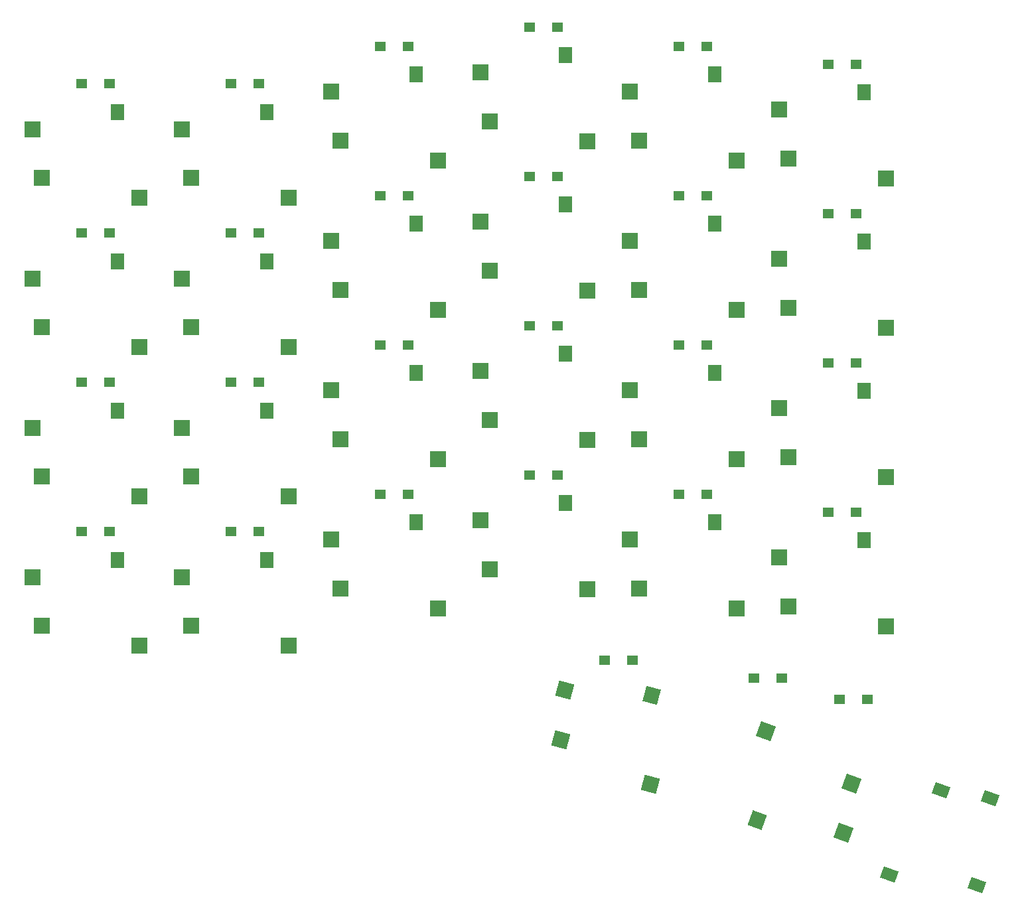
<source format=gbr>
%TF.GenerationSoftware,KiCad,Pcbnew,7.0.10*%
%TF.CreationDate,2024-03-21T20:23:32+01:00*%
%TF.ProjectId,duosync,64756f73-796e-4632-9e6b-696361645f70,rev?*%
%TF.SameCoordinates,Original*%
%TF.FileFunction,Paste,Top*%
%TF.FilePolarity,Positive*%
%FSLAX46Y46*%
G04 Gerber Fmt 4.6, Leading zero omitted, Abs format (unit mm)*
G04 Created by KiCad (PCBNEW 7.0.10) date 2024-03-21 20:23:32*
%MOMM*%
%LPD*%
G01*
G04 APERTURE LIST*
G04 Aperture macros list*
%AMRotRect*
0 Rectangle, with rotation*
0 The origin of the aperture is its center*
0 $1 length*
0 $2 width*
0 $3 Rotation angle, in degrees counterclockwise*
0 Add horizontal line*
21,1,$1,$2,0,0,$3*%
G04 Aperture macros list end*
%ADD10R,2.000000X2.000000*%
%ADD11R,1.800000X2.000000*%
%ADD12R,1.400000X1.300000*%
%ADD13RotRect,1.500000X2.000000X250.000000*%
%ADD14RotRect,2.000000X2.000000X340.000000*%
%ADD15RotRect,1.900000X2.000000X340.000000*%
%ADD16RotRect,2.000000X2.000000X165.000000*%
%ADD17RotRect,1.900000X2.000000X165.000000*%
G04 APERTURE END LIST*
D10*
%TO.C,K42*%
X156257200Y-61970100D03*
X142557200Y-53190100D03*
D11*
X153457200Y-50990100D03*
D10*
X143757200Y-59430100D03*
%TD*%
D12*
%TO.C,D13*%
X95282200Y-73679100D03*
X91732200Y-73679100D03*
%TD*%
D10*
%TO.C,K54*%
X175307000Y-102546100D03*
X161607000Y-93766100D03*
D11*
X172507000Y-91566100D03*
D10*
X162807000Y-100006100D03*
%TD*%
D12*
%TO.C,D31*%
X133382200Y-30816100D03*
X129832200Y-30816100D03*
%TD*%
D10*
%TO.C,K41*%
X156257200Y-42920100D03*
X142557200Y-34140100D03*
D11*
X153457200Y-31940100D03*
D10*
X143757200Y-40380100D03*
%TD*%
D12*
%TO.C,D55*%
X181007200Y-111398100D03*
X177457200Y-111398100D03*
%TD*%
D10*
%TO.C,K34*%
X137207200Y-102546100D03*
X123507200Y-93766100D03*
D11*
X134407200Y-91566100D03*
D10*
X124707200Y-100006100D03*
%TD*%
%TO.C,K14*%
X99107200Y-107309100D03*
X85407200Y-98529100D03*
D11*
X96307200Y-96329100D03*
D10*
X86607200Y-104769100D03*
%TD*%
D12*
%TO.C,D33*%
X133382200Y-68916100D03*
X129832200Y-68916100D03*
%TD*%
D10*
%TO.C,K51*%
X175307000Y-45396100D03*
X161607000Y-36616100D03*
D11*
X172507000Y-34416100D03*
D10*
X162807000Y-42856100D03*
%TD*%
D12*
%TO.C,D34*%
X133382200Y-87966100D03*
X129832200Y-87966100D03*
%TD*%
%TO.C,D65*%
X191968900Y-114136100D03*
X188418900Y-114136100D03*
%TD*%
D10*
%TO.C,K24*%
X118157200Y-107309100D03*
X104457200Y-98529100D03*
D11*
X115357200Y-96329100D03*
D10*
X105657200Y-104769100D03*
%TD*%
D12*
%TO.C,D52*%
X171482000Y-49866100D03*
X167932000Y-49866100D03*
%TD*%
D10*
%TO.C,K44*%
X156257200Y-100070100D03*
X142557200Y-91290100D03*
D11*
X153457200Y-89090100D03*
D10*
X143757200Y-97530100D03*
%TD*%
D12*
%TO.C,D51*%
X171482000Y-30816100D03*
X167932000Y-30816100D03*
%TD*%
D10*
%TO.C,K52*%
X175307000Y-64446100D03*
X161607000Y-55666100D03*
D11*
X172507000Y-53466100D03*
D10*
X162807000Y-61906100D03*
%TD*%
%TO.C,K21*%
X118157200Y-50159100D03*
X104457200Y-41379100D03*
D11*
X115357200Y-39179100D03*
D10*
X105657200Y-47619100D03*
%TD*%
D13*
%TO.C,K65*%
X194739151Y-136466947D03*
X207606924Y-126784034D03*
X201332817Y-125777459D03*
X205912026Y-137873097D03*
%TD*%
D10*
%TO.C,K61*%
X194357200Y-47682100D03*
X180657200Y-38902100D03*
D11*
X191557200Y-36702100D03*
D10*
X181857200Y-45142100D03*
%TD*%
%TO.C,K11*%
X99107200Y-50159100D03*
X85407200Y-41379100D03*
D11*
X96307200Y-39179100D03*
D10*
X86607200Y-47619100D03*
%TD*%
%TO.C,K13*%
X99107200Y-88259100D03*
X85407200Y-79479100D03*
D11*
X96307200Y-77279100D03*
D10*
X86607200Y-85719100D03*
%TD*%
%TO.C,K33*%
X137207200Y-83496100D03*
X123507200Y-74716100D03*
D11*
X134407200Y-72516100D03*
D10*
X124707200Y-80956100D03*
%TD*%
%TO.C,K32*%
X137207200Y-64446100D03*
X123507200Y-55666100D03*
D11*
X134407200Y-53466100D03*
D10*
X124707200Y-61906100D03*
%TD*%
%TO.C,K43*%
X156257200Y-81020100D03*
X142557200Y-72240100D03*
D11*
X153457200Y-70040100D03*
D10*
X143757200Y-78480100D03*
%TD*%
%TO.C,K23*%
X118157200Y-88259100D03*
X104457200Y-79479100D03*
D11*
X115357200Y-77279100D03*
D10*
X105657200Y-85719100D03*
%TD*%
D12*
%TO.C,D42*%
X152432200Y-47390100D03*
X148882200Y-47390100D03*
%TD*%
%TO.C,D54*%
X171482000Y-87966100D03*
X167932000Y-87966100D03*
%TD*%
%TO.C,D61*%
X190532200Y-33102100D03*
X186982200Y-33102100D03*
%TD*%
D10*
%TO.C,K22*%
X118157200Y-69209100D03*
X104457200Y-60429100D03*
D11*
X115357200Y-58229100D03*
D10*
X105657200Y-66669100D03*
%TD*%
D12*
%TO.C,D32*%
X133382200Y-49866100D03*
X129832200Y-49866100D03*
%TD*%
%TO.C,D14*%
X95282200Y-92729100D03*
X91732200Y-92729100D03*
%TD*%
%TO.C,D22*%
X114332200Y-54629100D03*
X110782200Y-54629100D03*
%TD*%
%TO.C,D44*%
X152432200Y-85490100D03*
X148882200Y-85490100D03*
%TD*%
D10*
%TO.C,K53*%
X175307000Y-83496100D03*
X161607000Y-74716100D03*
D11*
X172507000Y-72516100D03*
D10*
X162807000Y-80956100D03*
%TD*%
D12*
%TO.C,D23*%
X114332200Y-73679100D03*
X110782200Y-73679100D03*
%TD*%
%TO.C,D63*%
X190532200Y-71202100D03*
X186982200Y-71202100D03*
%TD*%
D10*
%TO.C,K31*%
X137207200Y-45396100D03*
X123507200Y-36616100D03*
D11*
X134407200Y-34416100D03*
D10*
X124707200Y-42856100D03*
%TD*%
D12*
%TO.C,D41*%
X152432200Y-28340100D03*
X148882200Y-28340100D03*
%TD*%
D10*
%TO.C,K12*%
X99107200Y-69209100D03*
X85407200Y-60429100D03*
D11*
X96307200Y-58229100D03*
D10*
X86607200Y-66669100D03*
%TD*%
D12*
%TO.C,D53*%
X171482000Y-68916100D03*
X167932000Y-68916100D03*
%TD*%
%TO.C,D24*%
X114332200Y-92729100D03*
X110782200Y-92729100D03*
%TD*%
D10*
%TO.C,K64*%
X194357200Y-104832100D03*
X180657200Y-96052100D03*
D11*
X191557200Y-93852100D03*
D10*
X181857200Y-102292100D03*
%TD*%
D12*
%TO.C,D21*%
X114332200Y-35579100D03*
X110782200Y-35579100D03*
%TD*%
D10*
%TO.C,K63*%
X194357200Y-85782100D03*
X180657200Y-77002100D03*
D11*
X191557200Y-74802100D03*
D10*
X181857200Y-83242100D03*
%TD*%
D12*
%TO.C,D43*%
X152432200Y-66440100D03*
X148882200Y-66440100D03*
%TD*%
%TO.C,D11*%
X95282200Y-35579100D03*
X91732200Y-35579100D03*
%TD*%
%TO.C,D64*%
X190532200Y-90252100D03*
X186982200Y-90252100D03*
%TD*%
%TO.C,D62*%
X190532200Y-52152100D03*
X186982200Y-52152100D03*
%TD*%
D10*
%TO.C,K62*%
X194357200Y-66732100D03*
X180657200Y-57952100D03*
D11*
X191557200Y-55752100D03*
D10*
X181857200Y-64192100D03*
%TD*%
D12*
%TO.C,D12*%
X95282200Y-54629100D03*
X91732200Y-54629100D03*
%TD*%
%TO.C,D45*%
X161957200Y-109112100D03*
X158407200Y-109112100D03*
%TD*%
D14*
%TO.C,K55*%
X188893436Y-131174126D03*
X189900010Y-124900020D03*
D15*
X177898342Y-129513430D03*
D14*
X179022584Y-118237949D03*
%TD*%
D16*
%TO.C,K45*%
X153315831Y-112941740D03*
X152859911Y-119279700D03*
D17*
X164413825Y-113637831D03*
D16*
X164276584Y-124968390D03*
%TD*%
M02*

</source>
